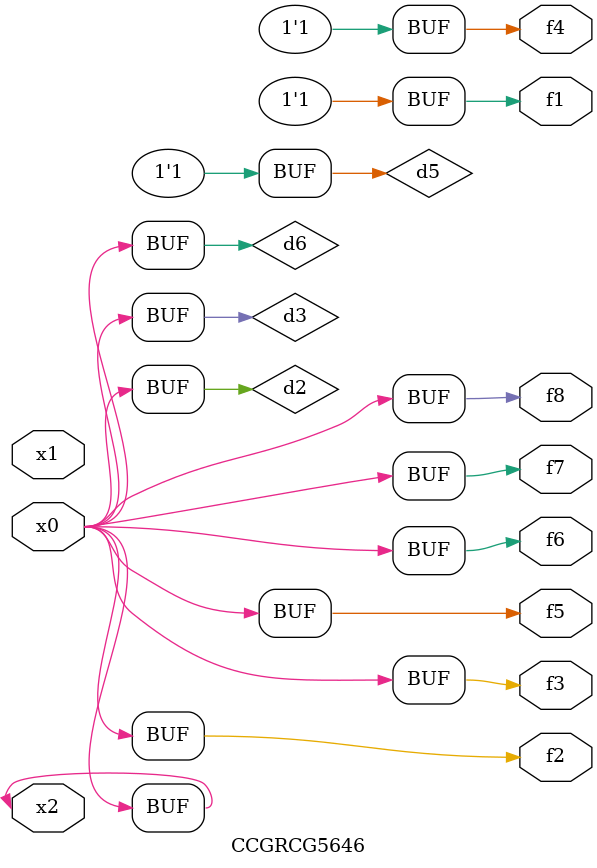
<source format=v>
module CCGRCG5646(
	input x0, x1, x2,
	output f1, f2, f3, f4, f5, f6, f7, f8
);

	wire d1, d2, d3, d4, d5, d6;

	xnor (d1, x2);
	buf (d2, x0, x2);
	and (d3, x0);
	xnor (d4, x1, x2);
	nand (d5, d1, d3);
	buf (d6, d2, d3);
	assign f1 = d5;
	assign f2 = d6;
	assign f3 = d6;
	assign f4 = d5;
	assign f5 = d6;
	assign f6 = d6;
	assign f7 = d6;
	assign f8 = d6;
endmodule

</source>
